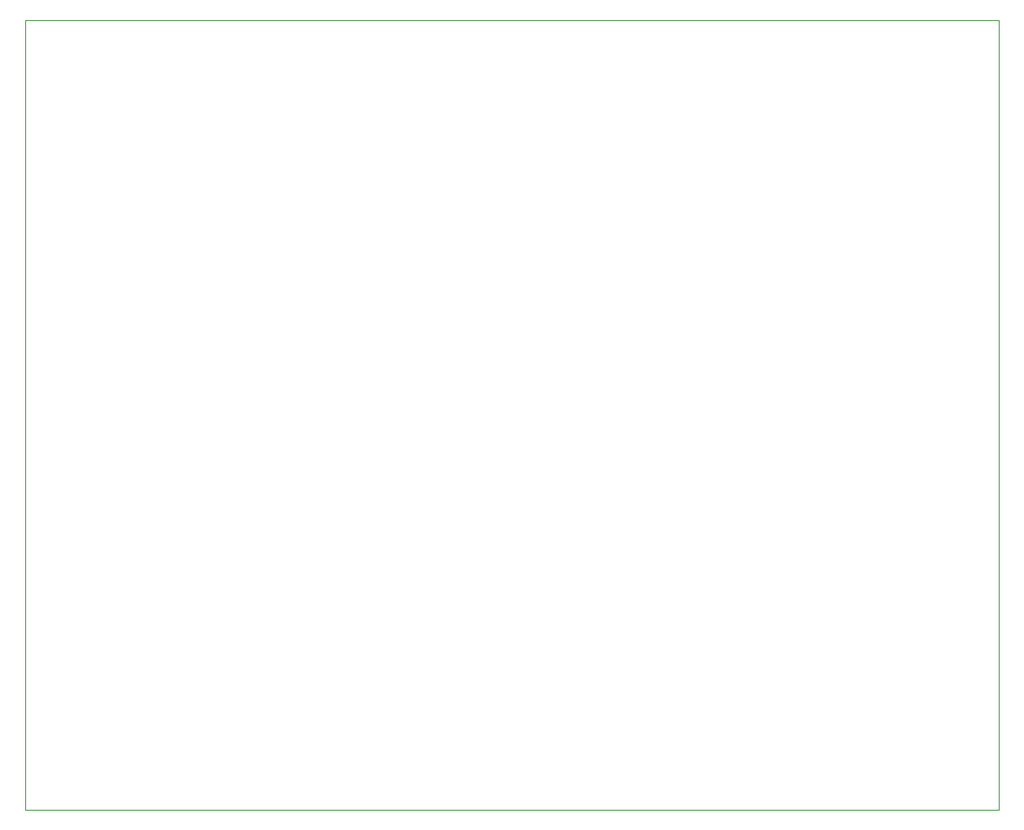
<source format=gm1>
G04 #@! TF.GenerationSoftware,KiCad,Pcbnew,7.0.7*
G04 #@! TF.CreationDate,2023-10-31T22:21:59-05:00*
G04 #@! TF.ProjectId,esp32_example,65737033-325f-4657-9861-6d706c652e6b,rev?*
G04 #@! TF.SameCoordinates,Original*
G04 #@! TF.FileFunction,Profile,NP*
%FSLAX46Y46*%
G04 Gerber Fmt 4.6, Leading zero omitted, Abs format (unit mm)*
G04 Created by KiCad (PCBNEW 7.0.7) date 2023-10-31 22:21:59*
%MOMM*%
%LPD*%
G01*
G04 APERTURE LIST*
G04 #@! TA.AperFunction,Profile*
%ADD10C,0.100000*%
G04 #@! TD*
G04 APERTURE END LIST*
D10*
X76137000Y-43372000D02*
X174154000Y-43372000D01*
X174154000Y-122872000D01*
X76137000Y-122872000D01*
X76137000Y-43372000D01*
M02*

</source>
